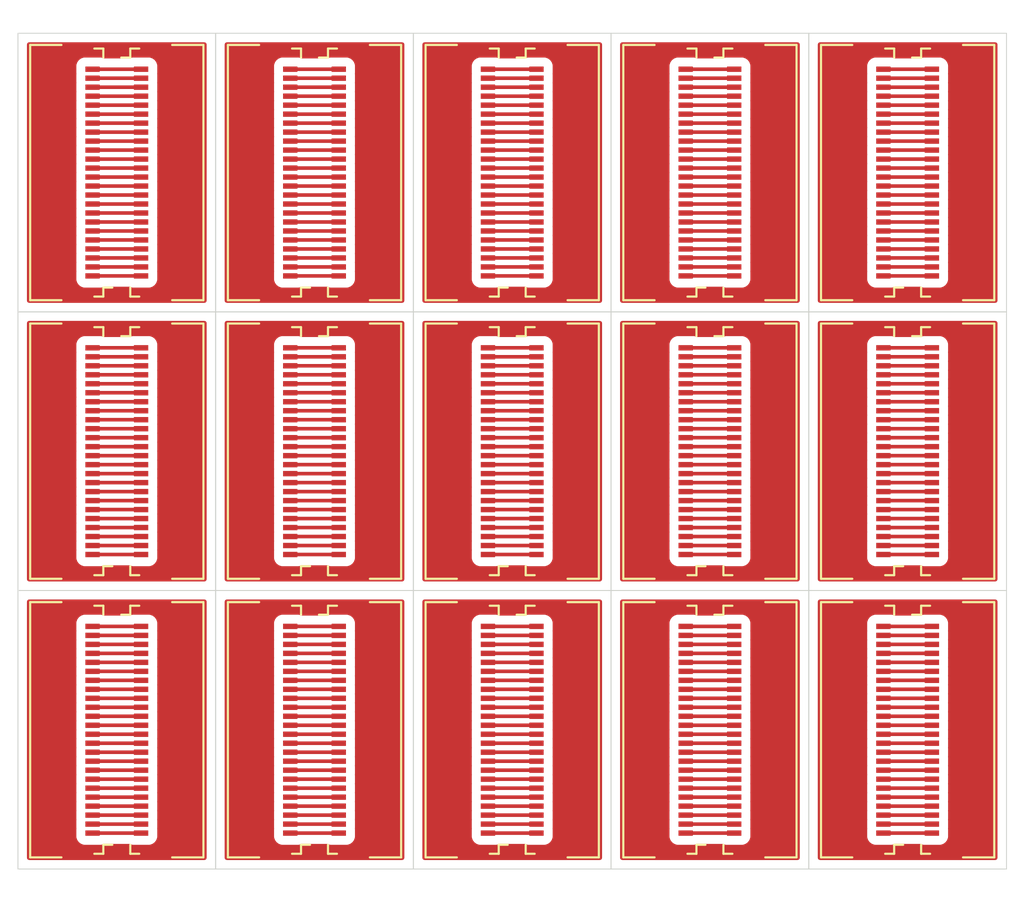
<source format=kicad_pcb>
(kicad_pcb (version 20240108) (generator "pcbnew") (generator_version "8.0")
  (layers (0 "F.Cu" signal) (31 "B.Cu" signal) (34 "B.Paste" user) (35 "F.Paste" user) (36 "B.SilkS" user "B.Silkscreen") (37 "F.SilkS" user "F.Silkscreen") (38 "B.Mask" user) (39 "F.Mask" user) (44 "Edge.Cuts" user))
  (net 0 "")
  (net 1 "Net-(Je1-Pin_12)")
  (net 2 "Net-(Je1-Pin_11)")
  (net 3 "Net-(Je1-Pin_2)")
  (net 4 "Net-(Je1-Pin_5)")
  (net 5 "Net-(Je1-Pin_1)")
  (net 6 "Net-(Je1-Pin_6)")
  (net 7 "Net-(Je1-Pin_9)")
  (net 8 "Net-(Je1-Pin_4)")
  (net 9 "GND")
  (net 10 "Net-(Je1-Pin_13)")
  (net 11 "Net-(Je1-Pin_21)")
  (net 12 "Net-(Je1-Pin_22)")
  (net 13 "Net-(Je1-Pin_8)")
  (net 14 "Net-(Je1-Pin_24)")
  (net 15 "Net-(Je1-Pin_7)")
  (net 16 "Net-(Je1-Pin_19)")
  (net 17 "Net-(Je1-Pin_17)")
  (net 18 "Net-(Je1-Pin_18)")
  (net 19 "Net-(Je1-Pin_20)")
  (net 20 "Net-(Je1-Pin_16)")
  (net 21 "Net-(Je1-Pin_23)")
  (net 22 "Net-(Je1-Pin_10)")
  (net 23 "Net-(Je1-Pin_14)")
  (net 24 "Net-(Je1-Pin_3)")
  (net 25 "Net-(Je1-Pin_15)")
  (footprint "Custom_FFC-FPC:Hirose_FH34SRJ-24S-0.5SH_1x24-1MP_P0.50mm_Horizontal" (layer "F.Cu") (at 60.25 38.25 90)
    (property "Reference" "Je1" (hide yes))
    (property "Value" "Conn_01x24_MountingPin")
  )
  (footprint "Custom_FFC-FPC:Hirose_FH34SRJ-24S-0.5SH_1x24-1MP_P0.50mm_Horizontal" (layer "F.Cu") (at 71.25 22.75 90)
    (property "Reference" "Je1" (hide yes))
    (property "Value" "Conn_01x24_MountingPin")
  )
  (footprint "Custom_FFC-FPC:Hirose_FH34SRJ-24S-0.5SH_1x24-1MP_P0.50mm_Horizontal" (layer "F.Cu") (at 56.75 22.75 -90)
    (property "Reference" "Je2" (hide yes))
    (property "Value" "Conn_01x24_MountingPin")
  )
  (footprint "Custom_FFC-FPC:Hirose_FH34SRJ-24S-0.5SH_1x24-1MP_P0.50mm_Horizontal" (layer "F.Cu") (at 67.75 38.25 -90)
    (property "Reference" "Je2" (hide yes))
    (property "Value" "Conn_01x24_MountingPin")
  )
  (footprint "Custom_FFC-FPC:Hirose_FH34SRJ-24S-0.5SH_1x24-1MP_P0.50mm_Horizontal" (layer "F.Cu") (at 56.75 53.75 -90)
    (property "Reference" "Je2" (hide yes))
    (property "Value" "Conn_01x24_MountingPin")
  )
  (footprint "Custom_FFC-FPC:Hirose_FH34SRJ-24S-0.5SH_1x24-1MP_P0.50mm_Horizontal" (layer "F.Cu") (at 49.25 53.75 90)
    (property "Reference" "Je1" (hide yes))
    (property "Value" "Conn_01x24_MountingPin")
  )
  (footprint "Custom_FFC-FPC:Hirose_FH34SRJ-24S-0.5SH_1x24-1MP_P0.50mm_Horizontal" (layer "F.Cu") (at 23.75 53.75 -90)
    (property "Reference" "Je2" (hide yes))
    (property "Value" "Conn_01x24_MountingPin")
  )
  (footprint "Custom_FFC-FPC:Hirose_FH34SRJ-24S-0.5SH_1x24-1MP_P0.50mm_Horizontal" (layer "F.Cu") (at 60.25 22.75 90)
    (property "Reference" "Je1" (hide yes))
    (property "Value" "Conn_01x24_MountingPin")
  )
  (footprint "Custom_FFC-FPC:Hirose_FH34SRJ-24S-0.5SH_1x24-1MP_P0.50mm_Horizontal" (layer "F.Cu") (at 56.75 38.25 -90)
    (property "Reference" "Je2" (hide yes))
    (property "Value" "Conn_01x24_MountingPin")
  )
  (footprint "Custom_FFC-FPC:Hirose_FH34SRJ-24S-0.5SH_1x24-1MP_P0.50mm_Horizontal" (layer "F.Cu") (at 67.75 53.75 -90)
    (property "Reference" "Je2" (hide yes))
    (property "Value" "Conn_01x24_MountingPin")
  )
  (footprint "Custom_FFC-FPC:Hirose_FH34SRJ-24S-0.5SH_1x24-1MP_P0.50mm_Horizontal" (layer "F.Cu") (at 34.75 53.75 -90)
    (property "Reference" "Je2" (hide yes))
    (property "Value" "Conn_01x24_MountingPin")
  )
  (footprint "Custom_FFC-FPC:Hirose_FH34SRJ-24S-0.5SH_1x24-1MP_P0.50mm_Horizontal" (layer "F.Cu") (at 38.25 38.25 90)
    (property "Reference" "Je1" (hide yes))
    (property "Value" "Conn_01x24_MountingPin")
  )
  (footprint "Custom_FFC-FPC:Hirose_FH34SRJ-24S-0.5SH_1x24-1MP_P0.50mm_Horizontal" (layer "F.Cu") (at 49.25 38.25 90)
    (property "Reference" "Je1" (hide yes))
    (property "Value" "Conn_01x24_MountingPin")
  )
  (footprint "Custom_FFC-FPC:Hirose_FH34SRJ-24S-0.5SH_1x24-1MP_P0.50mm_Horizontal" (layer "F.Cu") (at 34.75 22.75 -90)
    (property "Reference" "Je2" (hide yes))
    (property "Value" "Conn_01x24_MountingPin")
  )
  (footprint "Custom_FFC-FPC:Hirose_FH34SRJ-24S-0.5SH_1x24-1MP_P0.50mm_Horizontal" (layer "F.Cu") (at 45.75 38.25 -90)
    (property "Reference" "Je2" (hide yes))
    (property "Value" "Conn_01x24_MountingPin")
  )
  (footprint "Custom_FFC-FPC:Hirose_FH34SRJ-24S-0.5SH_1x24-1MP_P0.50mm_Horizontal" (layer "F.Cu") (at 23.75 22.75 -90)
    (property "Reference" "Je2" (hide yes))
    (property "Value" "Conn_01x24_MountingPin")
  )
  (footprint "Custom_FFC-FPC:Hirose_FH34SRJ-24S-0.5SH_1x24-1MP_P0.50mm_Horizontal" (layer "F.Cu") (at 27.25 38.25 90)
    (property "Reference" "Je1" (hide yes))
    (property "Value" "Conn_01x24_MountingPin")
  )
  (footprint "Custom_FFC-FPC:Hirose_FH34SRJ-24S-0.5SH_1x24-1MP_P0.50mm_Horizontal" (layer "F.Cu") (at 34.75 38.25 -90)
    (property "Reference" "Je2" (hide yes))
    (property "Value" "Conn_01x24_MountingPin")
  )
  (footprint "Custom_FFC-FPC:Hirose_FH34SRJ-24S-0.5SH_1x24-1MP_P0.50mm_Horizontal" (layer "F.Cu") (at 23.75 38.25 -90)
    (property "Reference" "Je2" (hide yes))
    (property "Value" "Conn_01x24_MountingPin")
  )
  (footprint "Custom_FFC-FPC:Hirose_FH34SRJ-24S-0.5SH_1x24-1MP_P0.50mm_Horizontal" (layer "F.Cu") (at 45.75 22.75 -90)
    (property "Reference" "Je2" (hide yes))
    (property "Value" "Conn_01x24_MountingPin")
  )
  (footprint "Custom_FFC-FPC:Hirose_FH34SRJ-24S-0.5SH_1x24-1MP_P0.50mm_Horizontal" (layer "F.Cu") (at 38.25 22.75 90)
    (property "Reference" "Je1" (hide yes))
    (property "Value" "Conn_01x24_MountingPin")
  )
  (footprint "Custom_FFC-FPC:Hirose_FH34SRJ-24S-0.5SH_1x24-1MP_P0.50mm_Horizontal" (layer "F.Cu") (at 45.75 53.75 -90)
    (property "Reference" "Je2" (hide yes))
    (property "Value" "Conn_01x24_MountingPin")
  )
  (footprint "Custom_FFC-FPC:Hirose_FH34SRJ-24S-0.5SH_1x24-1MP_P0.50mm_Horizontal" (layer "F.Cu") (at 38.25 53.75 90)
    (property "Reference" "Je1" (hide yes))
    (property "Value" "Conn_01x24_MountingPin")
  )
  (footprint "Custom_FFC-FPC:Hirose_FH34SRJ-24S-0.5SH_1x24-1MP_P0.50mm_Horizontal" (layer "F.Cu") (at 67.75 22.75 -90)
    (property "Reference" "Je2" (hide yes))
    (property "Value" "Conn_01x24_MountingPin")
  )
  (footprint "Custom_FFC-FPC:Hirose_FH34SRJ-24S-0.5SH_1x24-1MP_P0.50mm_Horizontal" (layer "F.Cu") (at 71.25 53.75 90)
    (property "Reference" "Je1" (hide yes))
    (property "Value" "Conn_01x24_MountingPin")
  )
  (footprint "Custom_FFC-FPC:Hirose_FH34SRJ-24S-0.5SH_1x24-1MP_P0.50mm_Horizontal" (layer "F.Cu") (at 27.25 53.75 90)
    (property "Reference" "Je1" (hide yes))
    (property "Value" "Conn_01x24_MountingPin")
  )
  (footprint "Custom_FFC-FPC:Hirose_FH34SRJ-24S-0.5SH_1x24-1MP_P0.50mm_Horizontal" (layer "F.Cu") (at 27.25 22.75 90)
    (property "Reference" "Je1" (hide yes))
    (property "Value" "Conn_01x24_MountingPin")
  )
  (footprint "Custom_FFC-FPC:Hirose_FH34SRJ-24S-0.5SH_1x24-1MP_P0.50mm_Horizontal" (layer "F.Cu") (at 60.25 53.75 90)
    (property "Reference" "Je1" (hide yes))
    (property "Value" "Conn_01x24_MountingPin")
  )
  (footprint "Custom_FFC-FPC:Hirose_FH34SRJ-24S-0.5SH_1x24-1MP_P0.50mm_Horizontal" (layer "F.Cu") (at 49.25 22.75 90)
    (property "Reference" "Je1" (hide yes))
    (property "Value" "Conn_01x24_MountingPin")
  )
  (footprint "Custom_FFC-FPC:Hirose_FH34SRJ-24S-0.5SH_1x24-1MP_P0.50mm_Horizontal" (layer "F.Cu") (at 71.25 38.25 90)
    (property "Reference" "Je1" (hide yes))
    (property "Value" "Conn_01x24_MountingPin")
  )
  (gr_rect (start 20 46) (end 31 61.5) (stroke (width 0.05)) (fill none) (layer "Edge.Cuts"))
  (gr_rect (start 53 46) (end 64 61.5) (stroke (width 0.05)) (fill none) (layer "Edge.Cuts"))
  (gr_rect (start 31 15) (end 42 30.5) (stroke (width 0.05)) (fill none) (layer "Edge.Cuts"))
  (gr_rect (start 42 15) (end 53 30.5) (stroke (width 0.05)) (fill none) (layer "Edge.Cuts"))
  (gr_rect (start 31 30.5) (end 42 46) (stroke (width 0.05)) (fill none) (layer "Edge.Cuts"))
  (gr_rect (start 20 15) (end 31 30.5) (stroke (width 0.05)) (fill none) (layer "Edge.Cuts"))
  (gr_rect (start 42 46) (end 53 61.5) (stroke (width 0.05)) (fill none) (layer "Edge.Cuts"))
  (gr_rect (start 64 15) (end 75 30.5) (stroke (width 0.05)) (fill none) (layer "Edge.Cuts"))
  (gr_rect (start 64 46) (end 75 61.5) (stroke (width 0.05)) (fill none) (layer "Edge.Cuts"))
  (gr_rect (start 64 30.5) (end 75 46) (stroke (width 0.05)) (fill none) (layer "Edge.Cuts"))
  (gr_rect (start 53 15) (end 64 30.5) (stroke (width 0.05)) (fill none) (layer "Edge.Cuts"))
  (gr_rect (start 20 30.5) (end 31 46) (stroke (width 0.05)) (fill none) (layer "Edge.Cuts"))
  (gr_rect (start 42 30.5) (end 53 46) (stroke (width 0.05)) (fill none) (layer "Edge.Cuts"))
  (gr_rect (start 53 30.5) (end 64 46) (stroke (width 0.05)) (fill none) (layer "Edge.Cuts"))
  (gr_rect (start 31 46) (end 42 61.5) (stroke (width 0.05)) (fill none) (layer "Edge.Cuts"))
  (segment (start 35.15 22.5) (end 37.85 22.5) (width 0.2) (layer "F.Cu") (net 1))
  (segment (start 57.15 38) (end 59.85 38) (width 0.2) (layer "F.Cu") (net 1))
  (segment (start 46.15 53.5) (end 48.85 53.5) (width 0.2) (layer "F.Cu") (net 1))
  (segment (start 24.15 38) (end 26.85 38) (width 0.2) (layer "F.Cu") (net 1))
  (segment (start 35.15 53.5) (end 37.85 53.5) (width 0.2) (layer "F.Cu") (net 1))
  (segment (start 24.15 53.5) (end 26.85 53.5) (width 0.2) (layer "F.Cu") (net 1))
  (segment (start 46.15 38) (end 48.85 38) (width 0.2) (layer "F.Cu") (net 1))
  (segment (start 57.15 53.5) (end 59.85 53.5) (width 0.2) (layer "F.Cu") (net 1))
  (segment (start 57.15 22.5) (end 59.85 22.5) (width 0.2) (layer "F.Cu") (net 1))
  (segment (start 46.15 22.5) (end 48.85 22.5) (width 0.2) (layer "F.Cu") (net 1))
  (segment (start 68.15 53.5) (end 70.85 53.5) (width 0.2) (layer "F.Cu") (net 1))
  (segment (start 68.15 22.5) (end 70.85 22.5) (width 0.2) (layer "F.Cu") (net 1))
  (segment (start 68.15 38) (end 70.85 38) (width 0.2) (layer "F.Cu") (net 1))
  (segment (start 24.15 22.5) (end 26.85 22.5) (width 0.2) (layer "F.Cu") (net 1))
  (segment (start 35.15 38) (end 37.85 38) (width 0.2) (layer "F.Cu") (net 1))
  (segment (start 37.85 22) (end 35.15 22) (width 0.2) (layer "F.Cu") (net 2))
  (segment (start 70.85 37.5) (end 68.15 37.5) (width 0.2) (layer "F.Cu") (net 2))
  (segment (start 37.85 53) (end 35.15 53) (width 0.2) (layer "F.Cu") (net 2))
  (segment (start 26.85 37.5) (end 24.15 37.5) (width 0.2) (layer "F.Cu") (net 2))
  (segment (start 70.85 22) (end 68.15 22) (width 0.2) (layer "F.Cu") (net 2))
  (segment (start 59.85 37.5) (end 57.15 37.5) (width 0.2) (layer "F.Cu") (net 2))
  (segment (start 70.85 53) (end 68.15 53) (width 0.2) (layer "F.Cu") (net 2))
  (segment (start 59.85 22) (end 57.15 22) (width 0.2) (layer "F.Cu") (net 2))
  (segment (start 59.85 53) (end 57.15 53) (width 0.2) (layer "F.Cu") (net 2))
  (segment (start 48.85 37.5) (end 46.15 37.5) (width 0.2) (layer "F.Cu") (net 2))
  (segment (start 48.85 22) (end 46.15 22) (width 0.2) (layer "F.Cu") (net 2))
  (segment (start 26.85 22) (end 24.15 22) (width 0.2) (layer "F.Cu") (net 2))
  (segment (start 26.85 53) (end 24.15 53) (width 0.2) (layer "F.Cu") (net 2))
  (segment (start 37.85 37.5) (end 35.15 37.5) (width 0.2) (layer "F.Cu") (net 2))
  (segment (start 48.85 53) (end 46.15 53) (width 0.2) (layer "F.Cu") (net 2))
  (segment (start 59.85 33) (end 57.15 33) (width 0.2) (layer "F.Cu") (net 3))
  (segment (start 48.85 33) (end 46.15 33) (width 0.2) (layer "F.Cu") (net 3))
  (segment (start 37.85 48.5) (end 35.15 48.5) (width 0.2) (layer "F.Cu") (net 3))
  (segment (start 48.85 17.5) (end 46.15 17.5) (width 0.2) (layer "F.Cu") (net 3))
  (segment (start 37.85 33) (end 35.15 33) (width 0.2) (layer "F.Cu") (net 3))
  (segment (start 70.85 33) (end 68.15 33) (width 0.2) (layer "F.Cu") (net 3))
  (segment (start 70.85 17.5) (end 68.15 17.5) (width 0.2) (layer "F.Cu") (net 3))
  (segment (start 37.85 17.5) (end 35.15 17.5) (width 0.2) (layer "F.Cu") (net 3))
  (segment (start 48.85 48.5) (end 46.15 48.5) (width 0.2) (layer "F.Cu") (net 3))
  (segment (start 26.85 48.5) (end 24.15 48.5) (width 0.2) (layer "F.Cu") (net 3))
  (segment (start 26.85 33) (end 24.15 33) (width 0.2) (layer "F.Cu") (net 3))
  (segment (start 59.85 17.5) (end 57.15 17.5) (width 0.2) (layer "F.Cu") (net 3))
  (segment (start 59.85 48.5) (end 57.15 48.5) (width 0.2) (layer "F.Cu") (net 3))
  (segment (start 26.85 17.5) (end 24.15 17.5) (width 0.2) (layer "F.Cu") (net 3))
  (segment (start 70.85 48.5) (end 68.15 48.5) (width 0.2) (layer "F.Cu") (net 3))
  (segment (start 57.15 50) (end 59.85 50) (width 0.2) (layer "F.Cu") (net 4))
  (segment (start 24.15 50) (end 26.85 50) (width 0.2) (layer "F.Cu") (net 4))
  (segment (start 68.15 50) (end 70.85 50) (width 0.2) (layer "F.Cu") (net 4))
  (segment (start 46.15 50) (end 48.85 50) (width 0.2) (layer "F.Cu") (net 4))
  (segment (start 24.15 19) (end 26.85 19) (width 0.2) (layer "F.Cu") (net 4))
  (segment (start 35.15 19) (end 37.85 19) (width 0.2) (layer "F.Cu") (net 4))
  (segment (start 68.15 34.5) (end 70.85 34.5) (width 0.2) (layer "F.Cu") (net 4))
  (segment (start 35.15 50) (end 37.85 50) (width 0.2) (layer "F.Cu") (net 4))
  (segment (start 57.15 34.5) (end 59.85 34.5) (width 0.2) (layer "F.Cu") (net 4))
  (segment (start 35.15 34.5) (end 37.85 34.5) (width 0.2) (layer "F.Cu") (net 4))
  (segment (start 24.15 34.5) (end 26.85 34.5) (width 0.2) (layer "F.Cu") (net 4))
  (segment (start 68.15 19) (end 70.85 19) (width 0.2) (layer "F.Cu") (net 4))
  (segment (start 46.15 19) (end 48.85 19) (width 0.2) (layer "F.Cu") (net 4))
  (segment (start 46.15 34.5) (end 48.85 34.5) (width 0.2) (layer "F.Cu") (net 4))
  (segment (start 57.15 19) (end 59.85 19) (width 0.2) (layer "F.Cu") (net 4))
  (segment (start 24.15 17) (end 26.85 17) (width 0.2) (layer "F.Cu") (net 5))
  (segment (start 35.15 17) (end 37.85 17) (width 0.2) (layer "F.Cu") (net 5))
  (segment (start 57.15 48) (end 59.85 48) (width 0.2) (layer "F.Cu") (net 5))
  (segment (start 24.15 48) (end 26.85 48) (width 0.2) (layer "F.Cu") (net 5))
  (segment (start 46.15 48) (end 48.85 48) (width 0.2) (layer "F.Cu") (net 5))
  (segment (start 35.15 32.5) (end 37.85 32.5) (width 0.2) (layer "F.Cu") (net 5))
  (segment (start 68.15 32.5) (end 70.85 32.5) (width 0.2) (layer "F.Cu") (net 5))
  (segment (start 46.15 17) (end 48.85 17) (width 0.2) (layer "F.Cu") (net 5))
  (segment (start 46.15 32.5) (end 48.85 32.5) (width 0.2) (layer "F.Cu") (net 5))
  (segment (start 24.15 32.5) (end 26.85 32.5) (width 0.2) (layer "F.Cu") (net 5))
  (segment (start 57.15 17) (end 59.85 17) (width 0.2) (layer "F.Cu") (net 5))
  (segment (start 35.15 48) (end 37.85 48) (width 0.2) (layer "F.Cu") (net 5))
  (segment (start 68.15 48) (end 70.85 48) (width 0.2) (layer "F.Cu") (net 5))
  (segment (start 57.15 32.5) (end 59.85 32.5) (width 0.2) (layer "F.Cu") (net 5))
  (segment (start 68.15 17) (end 70.85 17) (width 0.2) (layer "F.Cu") (net 5))
  (segment (start 68.15 35) (end 70.85 35) (width 0.2) (layer "F.Cu") (net 6))
  (segment (start 24.15 19.5) (end 26.85 19.5) (width 0.2) (layer "F.Cu") (net 6))
  (segment (start 68.15 19.5) (end 70.85 19.5) (width 0.2) (layer "F.Cu") (net 6))
  (segment (start 57.15 35) (end 59.85 35) (width 0.2) (layer "F.Cu") (net 6))
  (segment (start 46.15 35) (end 48.85 35) (width 0.2) (layer "F.Cu") (net 6))
  (segment (start 24.15 35) (end 26.85 35) (width 0.2) (layer "F.Cu") (net 6))
  (segment (start 24.15 50.5) (end 26.85 50.5) (width 0.2) (layer "F.Cu") (net 6))
  (segment (start 68.15 50.5) (end 70.85 50.5) (width 0.2) (layer "F.Cu") (net 6))
  (segment (start 57.15 19.5) (end 59.85 19.5) (width 0.2) (layer "F.Cu") (net 6))
  (segment (start 35.15 50.5) (end 37.85 50.5) (width 0.2) (layer "F.Cu") (net 6))
  (segment (start 57.15 50.5) (end 59.85 50.5) (width 0.2) (layer "F.Cu") (net 6))
  (segment (start 35.15 35) (end 37.85 35) (width 0.2) (layer "F.Cu") (net 6))
  (segment (start 46.15 19.5) (end 48.85 19.5) (width 0.2) (layer "F.Cu") (net 6))
  (segment (start 46.15 50.5) (end 48.85 50.5) (width 0.2) (layer "F.Cu") (net 6))
  (segment (start 35.15 19.5) (end 37.85 19.5) (width 0.2) (layer "F.Cu") (net 6))
  (segment (start 26.85 52) (end 24.15 52) (width 0.2) (layer "F.Cu") (net 7))
  (segment (start 59.85 21) (end 57.15 21) (width 0.2) (layer "F.Cu") (net 7))
  (segment (start 26.85 36.5) (end 24.15 36.5) (width 0.2) (layer "F.Cu") (net 7))
  (segment (start 37.85 36.5) (end 35.15 36.5) (width 0.2) (layer "F.Cu") (net 7))
  (segment (start 70.85 36.5) (end 68.15 36.5) (width 0.2) (layer "F.Cu") (net 7))
  (segment (start 26.85 21) (end 24.15 21) (width 0.2) (layer "F.Cu") (net 7))
  (segment (start 48.85 21) (end 46.15 21) (width 0.2) (layer "F.Cu") (net 7))
  (segment (start 48.85 52) (end 46.15 52) (width 0.2) (layer "F.Cu") (net 7))
  (segment (start 59.85 36.5) (end 57.15 36.5) (width 0.2) (layer "F.Cu") (net 7))
  (segment (start 37.85 21) (end 35.15 21) (width 0.2) (layer "F.Cu") (net 7))
  (segment (start 70.85 21) (end 68.15 21) (width 0.2) (layer "F.Cu") (net 7))
  (segment (start 70.85 52) (end 68.15 52) (width 0.2) (layer "F.Cu") (net 7))
  (segment (start 48.85 36.5) (end 46.15 36.5) (width 0.2) (layer "F.Cu") (net 7))
  (segment (start 37.85 52) (end 35.15 52) (width 0.2) (layer "F.Cu") (net 7))
  (segment (start 59.85 52) (end 57.15 52) (width 0.2) (layer "F.Cu") (net 7))
  (segment (start 59.85 18.5) (end 57.15 18.5) (width 0.2) (layer "F.Cu") (net 8))
  (segment (start 48.85 18.5) (end 46.15 18.5) (width 0.2) (layer "F.Cu") (net 8))
  (segment (start 59.85 49.5) (end 57.15 49.5) (width 0.2) (layer "F.Cu") (net 8))
  (segment (start 70.85 49.5) (end 68.15 49.5) (width 0.2) (layer "F.Cu") (net 8))
  (segment (start 26.85 18.5) (end 24.15 18.5) (width 0.2) (layer "F.Cu") (net 8))
  (segment (start 37.85 49.5) (end 35.15 49.5) (width 0.2) (layer "F.Cu") (net 8))
  (segment (start 37.85 18.5) (end 35.15 18.5) (width 0.2) (layer "F.Cu") (net 8))
  (segment (start 70.85 18.5) (end 68.15 18.5) (width 0.2) (layer "F.Cu") (net 8))
  (segment (start 48.85 34) (end 46.15 34) (width 0.2) (layer "F.Cu") (net 8))
  (segment (start 26.85 49.5) (end 24.15 49.5) (width 0.2) (layer "F.Cu") (net 8))
  (segment (start 59.85 34) (end 57.15 34) (width 0.2) (layer "F.Cu") (net 8))
  (segment (start 48.85 49.5) (end 46.15 49.5) (width 0.2) (layer "F.Cu") (net 8))
  (segment (start 37.85 34) (end 35.15 34) (width 0.2) (layer "F.Cu") (net 8))
  (segment (start 70.85 34) (end 68.15 34) (width 0.2) (layer "F.Cu") (net 8))
  (segment (start 26.85 34) (end 24.15 34) (width 0.2) (layer "F.Cu") (net 8))
  (segment (start 48.85 38.5) (end 46.15 38.5) (width 0.2) (layer "F.Cu") (net 10))
  (segment (start 70.85 23) (end 68.15 23) (width 0.2) (layer "F.Cu") (net 10))
  (segment (start 37.85 54) (end 35.15 54) (width 0.2) (layer "F.Cu") (net 10))
  (segment (start 26.85 54) (end 24.15 54) (width 0.2) (layer "F.Cu") (net 10))
  (segment (start 48.85 54) (end 46.15 54) (width 0.2) (layer "F.Cu") (net 10))
  (segment (start 26.85 38.5) (end 24.15 38.5) (width 0.2) (layer "F.Cu") (net 10))
  (segment (start 37.85 38.5) (end 35.15 38.5) (width 0.2) (layer "F.Cu") (net 10))
  (segment (start 59.85 54) (end 57.15 54) (width 0.2) (layer "F.Cu") (net 10))
  (segment (start 59.85 38.5) (end 57.15 38.5) (width 0.2) (layer "F.Cu") (net 10))
  (segment (start 37.85 23) (end 35.15 23) (width 0.2) (layer "F.Cu") (net 10))
  (segment (start 59.85 23) (end 57.15 23) (width 0.2) (layer "F.Cu") (net 10))
  (segment (start 48.85 23) (end 46.15 23) (width 0.2) (layer "F.Cu") (net 10))
  (segment (start 70.85 54) (end 68.15 54) (width 0.2) (layer "F.Cu") (net 10))
  (segment (start 26.85 23) (end 24.15 23) (width 0.2) (layer "F.Cu") (net 10))
  (segment (start 70.85 38.5) (end 68.15 38.5) (width 0.2) (layer "F.Cu") (net 10))
  (segment (start 57.15 42.5) (end 59.85 42.5) (width 0.2) (layer "F.Cu") (net 11))
  (segment (start 35.15 58) (end 37.85 58) (width 0.2) (layer "F.Cu") (net 11))
  (segment (start 46.15 42.5) (end 48.85 42.5) (width 0.2) (layer "F.Cu") (net 11))
  (segment (start 24.15 58) (end 26.85 58) (width 0.2) (layer "F.Cu") (net 11))
  (segment (start 57.15 27) (end 59.85 27) (width 0.2) (layer "F.Cu") (net 11))
  (segment (start 46.15 27) (end 48.85 27) (width 0.2) (layer "F.Cu") (net 11))
  (segment (start 68.15 27) (end 70.85 27) (width 0.2) (layer "F.Cu") (net 11))
  (segment (start 68.15 58) (end 70.85 58) (width 0.2) (layer "F.Cu") (net 11))
  (segment (start 68.15 42.5) (end 70.85 42.5) (width 0.2) (layer "F.Cu") (net 11))
  (segment (start 24.15 27) (end 26.85 27) (width 0.2) (layer "F.Cu") (net 11))
  (segment (start 57.15 58) (end 59.85 58) (width 0.2) (layer "F.Cu") (net 11))
  (segment (start 35.15 27) (end 37.85 27) (width 0.2) (layer "F.Cu") (net 11))
  (segment (start 35.15 42.5) (end 37.85 42.5) (width 0.2) (layer "F.Cu") (net 11))
  (segment (start 24.15 42.5) (end 26.85 42.5) (width 0.2) (layer "F.Cu") (net 11))
  (segment (start 46.15 58) (end 48.85 58) (width 0.2) (layer "F.Cu") (net 11))
  (segment (start 59.85 27.5) (end 57.15 27.5) (width 0.2) (layer "F.Cu") (net 12))
  (segment (start 37.85 27.5) (end 35.15 27.5) (width 0.2) (layer "F.Cu") (net 12))
  (segment (start 70.85 58.5) (end 68.15 58.5) (width 0.2) (layer "F.Cu") (net 12))
  (segment (start 48.85 43) (end 46.15 43) (width 0.2) (layer "F.Cu") (net 12))
  (segment (start 48.85 27.5) (end 46.15 27.5) (width 0.2) (layer "F.Cu") (net 12))
  (segment (start 26.85 43) (end 24.15 43) (width 0.2) (layer "F.Cu") (net 12))
  (segment (start 37.85 43) (end 35.15 43) (width 0.2) (layer "F.Cu") (net 12))
  (segment (start 59.85 43) (end 57.15 43) (width 0.2) (layer "F.Cu") (net 12))
  (segment (start 48.85 58.5) (end 46.15 58.5) (width 0.2) (layer "F.Cu") (net 12))
  (segment (start 26.85 58.5) (end 24.15 58.5) (width 0.2) (layer "F.Cu") (net 12))
  (segment (start 59.85 58.5) (end 57.15 58.5) (width 0.2) (layer "F.Cu") (net 12))
  (segment (start 37.85 58.5) (end 35.15 58.5) (width 0.2) (layer "F.Cu") (net 12))
  (segment (start 26.85 27.5) (end 24.15 27.5) (width 0.2) (layer "F.Cu") (net 12))
  (segment (start 70.85 43) (end 68.15 43) (width 0.2) (layer "F.Cu") (net 12))
  (segment (start 70.85 27.5) (end 68.15 27.5) (width 0.2) (layer "F.Cu") (net 12))
  (segment (start 35.15 36) (end 37.85 36) (width 0.2) (layer "F.Cu") (net 13))
  (segment (start 68.15 51.5) (end 70.85 51.5) (width 0.2) (layer "F.Cu") (net 13))
  (segment (start 24.15 20.5) (end 26.85 20.5) (width 0.2) (layer "F.Cu") (net 13))
  (segment (start 35.15 51.5) (end 37.85 51.5) (width 0.2) (layer "F.Cu") (net 13))
  (segment (start 35.15 20.5) (end 37.85 20.5) (width 0.2) (layer "F.Cu") (net 13))
  (segment (start 57.15 36) (end 59.85 36) (width 0.2) (layer "F.Cu") (net 13))
  (segment (start 68.15 36) (end 70.85 36) (width 0.2) (layer "F.Cu") (net 13))
  (segment (start 24.15 51.5) (end 26.85 51.5) (width 0.2) (layer "F.Cu") (net 13))
  (segment (start 68.15 20.5) (end 70.85 20.5) (width 0.2) (layer "F.Cu") (net 13))
  (segment (start 57.15 20.5) (end 59.85 20.5) (width 0.2) (layer "F.Cu") (net 13))
  (segment (start 57.15 51.5) (end 59.85 51.5) (width 0.2) (layer "F.Cu") (net 13))
  (segment (start 46.15 36) (end 48.85 36) (width 0.2) (layer "F.Cu") (net 13))
  (segment (start 46.15 51.5) (end 48.85 51.5) (width 0.2) (layer "F.Cu") (net 13))
  (segment (start 46.15 20.5) (end 48.85 20.5) (width 0.2) (layer "F.Cu") (net 13))
  (segment (start 24.15 36) (end 26.85 36) (width 0.2) (layer "F.Cu") (net 13))
  (segment (start 59.85 28.5) (end 57.15 28.5) (width 0.2) (layer "F.Cu") (net 14))
  (segment (start 70.85 28.5) (end 68.15 28.5) (width 0.2) (layer "F.Cu") (net 14))
  (segment (start 70.85 44) (end 68.15 44) (width 0.2) (layer "F.Cu") (net 14))
  (segment (start 48.85 44) (end 46.15 44) (width 0.2) (layer "F.Cu") (net 14))
  (segment (start 59.85 59.5) (end 57.15 59.5) (width 0.2) (layer "F.Cu") (net 14))
  (segment (start 48.85 59.5) (end 46.15 59.5) (width 0.2) (layer "F.Cu") (net 14))
  (segment (start 37.85 28.5) (end 35.15 28.5) (width 0.2) (layer "F.Cu") (net 14))
  (segment (start 37.85 44) (end 35.15 44) (width 0.2) (layer "F.Cu") (net 14))
  (segment (start 26.85 28.5) (end 24.15 28.5) (width 0.2) (layer "F.Cu") (net 14))
  (segment (start 48.85 28.5) (end 46.15 28.5) (width 0.2) (layer "F.Cu") (net 14))
  (segment (start 37.85 59.5) (end 35.15 59.5) (width 0.2) (layer "F.Cu") (net 14))
  (segment (start 59.85 44) (end 57.15 44) (width 0.2) (layer "F.Cu") (net 14))
  (segment (start 26.85 44) (end 24.15 44) (width 0.2) (layer "F.Cu") (net 14))
  (segment (start 70.85 59.5) (end 68.15 59.5) (width 0.2) (layer "F.Cu") (net 14))
  (segment (start 26.85 59.5) (end 24.15 59.5) (width 0.2) (layer "F.Cu") (net 14))
  (segment (start 37.85 20) (end 35.15 20) (width 0.2) (layer "F.Cu") (net 15))
  (segment (start 37.85 51) (end 35.15 51) (width 0.2) (layer "F.Cu") (net 15))
  (segment (start 59.85 20) (end 57.15 20) (width 0.2) (layer "F.Cu") (net 15))
  (segment (start 48.85 51) (end 46.15 51) (width 0.2) (layer "F.Cu") (net 15))
  (segment (start 26.85 20) (end 24.15 20) (width 0.2) (layer "F.Cu") (net 15))
  (segment (start 26.85 35.5) (end 24.15 35.5) (width 0.2) (layer "F.Cu") (net 15))
  (segment (start 70.85 51) (end 68.15 51) (width 0.2) (layer "F.Cu") (net 15))
  (segment (start 70.85 20) (end 68.15 20) (width 0.2) (layer "F.Cu") (net 15))
  (segment (start 70.85 35.5) (end 68.15 35.5) (width 0.2) (layer "F.Cu") (net 15))
  (segment (start 59.85 35.5) (end 57.15 35.5) (width 0.2) (layer "F.Cu") (net 15))
  (segment (start 26.85 51) (end 24.15 51) (width 0.2) (layer "F.Cu") (net 15))
  (segment (start 59.85 51) (end 57.15 51) (width 0.2) (layer "F.Cu") (net 15))
  (segment (start 48.85 35.5) (end 46.15 35.5) (width 0.2) (layer "F.Cu") (net 15))
  (segment (start 48.85 20) (end 46.15 20) (width 0.2) (layer "F.Cu") (net 15))
  (segment (start 37.85 35.5) (end 35.15 35.5) (width 0.2) (layer "F.Cu") (net 15))
  (segment (start 35.15 57) (end 37.85 57) (width 0.2) (layer "F.Cu") (net 16))
  (segment (start 68.15 26) (end 70.85 26) (width 0.2) (layer "F.Cu") (net 16))
  (segment (start 46.15 41.5) (end 48.85 41.5) (width 0.2) (layer "F.Cu") (net 16))
  (segment (start 57.15 26) (end 59.85 26) (width 0.2) (layer "F.Cu") (net 16))
  (segment (start 68.15 41.5) (end 70.85 41.5) (width 0.2) (layer "F.Cu") (net 16))
  (segment (start 24.15 26) (end 26.85 26) (width 0.2) (layer "F.Cu") (net 16))
  (segment (start 46.15 26) (end 48.85 26) (width 0.2) (layer "F.Cu") (net 16))
  (segment (start 68.15 57) (end 70.85 57) (width 0.2) (layer "F.Cu") (net 16))
  (segment (start 46.15 57) (end 48.85 57) (width 0.2) (layer "F.Cu") (net 16))
  (segment (start 24.15 57) (end 26.85 57) (width 0.2) (layer "F.Cu") (net 16))
  (segment (start 35.15 41.5) (end 37.85 41.5) (width 0.2) (layer "F.Cu") (net 16))
  (segment (start 57.15 57) (end 59.85 57) (width 0.2) (layer "F.Cu") (net 16))
  (segment (start 57.15 41.5) (end 59.85 41.5) (width 0.2) (layer "F.Cu") (net 16))
  (segment (start 35.15 26) (end 37.85 26) (width 0.2) (layer "F.Cu") (net 16))
  (segment (start 24.15 41.5) (end 26.85 41.5) (width 0.2) (layer "F.Cu") (net 16))
  (segment (start 35.15 56) (end 37.85 56) (width 0.2) (layer "F.Cu") (net 17))
  (segment (start 68.15 25) (end 70.85 25) (width 0.2) (layer "F.Cu") (net 17))
  (segment (start 57.15 40.5) (end 59.85 40.5) (width 0.2) (layer "F.Cu") (net 17))
  (segment (start 24.15 40.5) (end 26.85 40.5) (width 0.2) (layer "F.Cu") (net 17))
  (segment (start 46.15 25) (end 48.85 25) (width 0.2) (layer "F.Cu") (net 17))
  (segment (start 57.15 25) (end 59.85 25) (width 0.2) (layer "F.Cu") (net 17))
  (segment (start 35.15 25) (end 37.85 25) (width 0.2) (layer "F.Cu") (net 17))
  (segment (start 24.15 25) (end 26.85 25) (width 0.2) (layer "F.Cu") (net 17))
  (segment (start 68.15 56) (end 70.85 56) (width 0.2) (layer "F.Cu") (net 17))
  (segment (start 24.15 56) (end 26.85 56) (width 0.2) (layer "F.Cu") (net 17))
  (segment (start 46.15 56) (end 48.85 56) (width 0.2) (layer "F.Cu") (net 17))
  (segment (start 57.15 56) (end 59.85 56) (width 0.2) (layer "F.Cu") (net 17))
  (segment (start 46.15 40.5) (end 48.85 40.5) (width 0.2) (layer "F.Cu") (net 17))
  (segment (start 35.15 40.5) (end 37.85 40.5) (width 0.2) (layer "F.Cu") (net 17))
  (segment (start 68.15 40.5) (end 70.85 40.5) (width 0.2) (layer "F.Cu") (net 17))
  (segment (start 70.85 56.5) (end 68.15 56.5) (width 0.2) (layer "F.Cu") (net 18))
  (segment (start 26.85 41) (end 24.15 41) (width 0.2) (layer "F.Cu") (net 18))
  (segment (start 37.85 41) (end 35.15 41) (width 0.2) (layer "F.Cu") (net 18))
  (segment (start 26.85 56.5) (end 24.15 56.5) (width 0.2) (layer "F.Cu") (net 18))
  (segment (start 70.85 41) (end 68.15 41) (width 0.2) (layer "F.Cu") (net 18))
  (segment (start 37.85 56.5) (end 35.15 56.5) (width 0.2) (layer "F.Cu") (net 18))
  (segment (start 37.85 25.5) (end 35.15 25.5) (width 0.2) (layer "F.Cu") (net 18))
  (segment (start 48.85 25.5) (end 46.15 25.5) (width 0.2) (layer "F.Cu") (net 18))
  (segment (start 59.85 56.5) (end 57.15 56.5) (width 0.2) (layer "F.Cu") (net 18))
  (segment (start 48.85 41) (end 46.15 41) (width 0.2) (layer "F.Cu") (net 18))
  (segment (start 26.85 25.5) (end 24.15 25.5) (width 0.2) (layer "F.Cu") (net 18))
  (segment (start 59.85 25.5) (end 57.15 25.5) (width 0.2) (layer "F.Cu") (net 18))
  (segment (start 59.85 41) (end 57.15 41) (width 0.2) (layer "F.Cu") (net 18))
  (segment (start 70.85 25.5) (end 68.15 25.5) (width 0.2) (layer "F.Cu") (net 18))
  (segment (start 48.85 56.5) (end 46.15 56.5) (width 0.2) (layer "F.Cu") (net 18))
  (segment (start 48.85 57.5) (end 46.15 57.5) (width 0.2) (layer "F.Cu") (net 19))
  (segment (start 26.85 57.5) (end 24.15 57.5) (width 0.2) (layer "F.Cu") (net 19))
  (segment (start 70.85 57.5) (end 68.15 57.5) (width 0.2) (layer "F.Cu") (net 19))
  (segment (start 48.85 42) (end 46.15 42) (width 0.2) (layer "F.Cu") (net 19))
  (segment (start 59.85 26.5) (end 57.15 26.5) (width 0.2) (layer "F.Cu") (net 19))
  (segment (start 59.85 42) (end 57.15 42) (width 0.2) (layer "F.Cu") (net 19))
  (segment (start 37.85 57.5) (end 35.15 57.5) (width 0.2) (layer "F.Cu") (net 19))
  (segment (start 26.85 26.5) (end 24.15 26.5) (width 0.2) (layer "F.Cu") (net 19))
  (segment (start 26.85 42) (end 24.15 42) (width 0.2) (layer "F.Cu") (net 19))
  (segment (start 70.85 26.5) (end 68.15 26.5) (width 0.2) (layer "F.Cu") (net 19))
  (segment (start 37.85 42) (end 35.15 42) (width 0.2) (layer "F.Cu") (net 19))
  (segment (start 70.85 42) (end 68.15 42) (width 0.2) (layer "F.Cu") (net 19))
  (segment (start 48.85 26.5) (end 46.15 26.5) (width 0.2) (layer "F.Cu") (net 19))
  (segment (start 59.85 57.5) (end 57.15 57.5) (width 0.2) (layer "F.Cu") (net 19))
  (segment (start 37.85 26.5) (end 35.15 26.5) (width 0.2) (layer "F.Cu") (net 19))
  (segment (start 37.85 55.5) (end 35.15 55.5) (width 0.2) (layer "F.Cu") (net 20))
  (segment (start 26.85 40) (end 24.15 40) (width 0.2) (layer "F.Cu") (net 20))
  (segment (start 26.85 24.5) (end 24.15 24.5) (width 0.2) (layer "F.Cu") (net 20))
  (segment (start 37.85 24.5) (end 35.15 24.5) (width 0.2) (layer "F.Cu") (net 20))
  (segment (start 48.85 24.5) (end 46.15 24.5) (width 0.2) (layer "F.Cu") (net 20))
  (segment (start 59.85 40) (end 57.15 40) (width 0.2) (layer "F.Cu") (net 20))
  (segment (start 37.85 40) (end 35.15 40) (width 0.2) (layer "F.Cu") (net 20))
  (segment (start 26.85 55.5) (end 24.15 55.5) (width 0.2) (layer "F.Cu") (net 20))
  (segment (start 70.85 55.5) (end 68.15 55.5) (width 0.2) (layer "F.Cu") (net 20))
  (segment (start 48.85 40) (end 46.15 40) (width 0.2) (layer "F.Cu") (net 20))
  (segment (start 48.85 55.5) (end 46.15 55.5) (width 0.2) (layer "F.Cu") (net 20))
  (segment (start 59.85 55.5) (end 57.15 55.5) (width 0.2) (layer "F.Cu") (net 20))
  (segment (start 70.85 40) (end 68.15 40) (width 0.2) (layer "F.Cu") (net 20))
  (segment (start 59.85 24.5) (end 57.15 24.5) (width 0.2) (layer "F.Cu") (net 20))
  (segment (start 70.85 24.5) (end 68.15 24.5) (width 0.2) (layer "F.Cu") (net 20))
  (segment (start 57.15 43.5) (end 59.85 43.5) (width 0.2) (layer "F.Cu") (net 21))
  (segment (start 57.15 59) (end 59.85 59) (width 0.2) (layer "F.Cu") (net 21))
  (segment (start 68.15 43.5) (end 70.85 43.5) (width 0.2) (layer "F.Cu") (net 21))
  (segment (start 35.15 59) (end 37.85 59) (width 0.2) (layer "F.Cu") (net 21))
  (segment (start 24.15 43.5) (end 26.85 43.5) (width 0.2) (layer "F.Cu") (net 21))
  (segment (start 35.15 43.5) (end 37.85 43.5) (width 0.2) (layer "F.Cu") (net 21))
  (segment (start 68.15 59) (end 70.85 59) (width 0.2) (layer "F.Cu") (net 21))
  (segment (start 46.15 28) (end 48.85 28) (width 0.2) (layer "F.Cu") (net 21))
  (segment (start 24.15 59) (end 26.85 59) (width 0.2) (layer "F.Cu") (net 21))
  (segment (start 46.15 59) (end 48.85 59) (width 0.2) (layer "F.Cu") (net 21))
  (segment (start 35.15 28) (end 37.85 28) (width 0.2) (layer "F.Cu") (net 21))
  (segment (start 57.15 28) (end 59.85 28) (width 0.2) (layer "F.Cu") (net 21))
  (segment (start 68.15 28) (end 70.85 28) (width 0.2) (layer "F.Cu") (net 21))
  (segment (start 24.15 28) (end 26.85 28) (width 0.2) (layer "F.Cu") (net 21))
  (segment (start 46.15 43.5) (end 48.85 43.5) (width 0.2) (layer "F.Cu") (net 21))
  (segment (start 57.15 37) (end 59.85 37) (width 0.2) (layer "F.Cu") (net 22))
  (segment (start 46.15 52.5) (end 48.85 52.5) (width 0.2) (layer "F.Cu") (net 22))
  (segment (start 24.15 37) (end 26.85 37) (width 0.2) (layer "F.Cu") (net 22))
  (segment (start 35.15 52.5) (end 37.85 52.5) (width 0.2) (layer "F.Cu") (net 22))
  (segment (start 35.15 21.5) (end 37.85 21.5) (width 0.2) (layer "F.Cu") (net 22))
  (segment (start 57.15 52.5) (end 59.85 52.5) (width 0.2) (layer "F.Cu") (net 22))
  (segment (start 57.15 21.5) (end 59.85 21.5) (width 0.2) (layer "F.Cu") (net 22))
  (segment (start 35.15 37) (end 37.85 37) (width 0.2) (layer "F.Cu") (net 22))
  (segment (start 46.15 21.5) (end 48.85 21.5) (width 0.2) (layer "F.Cu") (net 22))
  (segment (start 68.15 21.5) (end 70.85 21.5) (width 0.2) (layer "F.Cu") (net 22))
  (segment (start 24.15 52.5) (end 26.85 52.5) (width 0.2) (layer "F.Cu") (net 22))
  (segment (start 68.15 37) (end 70.85 37) (width 0.2) (layer "F.Cu") (net 22))
  (segment (start 68.15 52.5) (end 70.85 52.5) (width 0.2) (layer "F.Cu") (net 22))
  (segment (start 46.15 37) (end 48.85 37) (width 0.2) (layer "F.Cu") (net 22))
  (segment (start 24.15 21.5) (end 26.85 21.5) (width 0.2) (layer "F.Cu") (net 22))
  (segment (start 57.15 39) (end 59.85 39) (width 0.2) (layer "F.Cu") (net 23))
  (segment (start 68.15 39) (end 70.85 39) (width 0.2) (layer "F.Cu") (net 23))
  (segment (start 24.15 23.5) (end 26.85 23.5) (width 0.2) (layer "F.Cu") (net 23))
  (segment (start 35.15 54.5) (end 37.85 54.5) (width 0.2) (layer "F.Cu") (net 23))
  (segment (start 24.15 54.5) (end 26.85 54.5) (width 0.2) (layer "F.Cu") (net 23))
  (segment (start 24.15 39) (end 26.85 39) (width 0.2) (layer "F.Cu") (net 23))
  (segment (start 68.15 54.5) (end 70.85 54.5) (width 0.2) (layer "F.Cu") (net 23))
  (segment (start 35.15 39) (end 37.85 39) (width 0.2) (layer "F.Cu") (net 23))
  (segment (start 57.15 54.5) (end 59.85 54.5) (width 0.2) (layer "F.Cu") (net 23))
  (segment (start 46.15 54.5) (end 48.85 54.5) (width 0.2) (layer "F.Cu") (net 23))
  (segment (start 57.15 23.5) (end 59.85 23.5) (width 0.2) (layer "F.Cu") (net 23))
  (segment (start 46.15 39) (end 48.85 39) (width 0.2) (layer "F.Cu") (net 23))
  (segment (start 68.15 23.5) (end 70.85 23.5) (width 0.2) (layer "F.Cu") (net 23))
  (segment (start 46.15 23.5) (end 48.85 23.5) (width 0.2) (layer "F.Cu") (net 23))
  (segment (start 35.15 23.5) (end 37.85 23.5) (width 0.2) (layer "F.Cu") (net 23))
  (segment (start 35.15 49) (end 37.85 49) (width 0.2) (layer "F.Cu") (net 24))
  (segment (start 46.15 18) (end 48.85 18) (width 0.2) (layer "F.Cu") (net 24))
  (segment (start 68.15 33.5) (end 70.85 33.5) (width 0.2) (layer "F.Cu") (net 24))
  (segment (start 57.15 18) (end 59.85 18) (width 0.2) (layer "F.Cu") (net 24))
  (segment (start 68.15 18) (end 70.85 18) (width 0.2) (layer "F.Cu") (net 24))
  (segment (start 24.15 49) (end 26.85 49) (width 0.2) (layer "F.Cu") (net 24))
  (segment (start 24.15 18) (end 26.85 18) (width 0.2) (layer "F.Cu") (net 24))
  (segment (start 57.15 49) (end 59.85 49) (width 0.2) (layer "F.Cu") (net 24))
  (segment (start 24.15 33.5) (end 26.85 33.5) (width 0.2) (layer "F.Cu") (net 24))
  (segment (start 46.15 49) (end 48.85 49) (width 0.2) (layer "F.Cu") (net 24))
  (segment (start 68.15 49) (end 70.85 49) (width 0.2) (layer "F.Cu") (net 24))
  (segment (start 35.15 33.5) (end 37.85 33.5) (width 0.2) (layer "F.Cu") (net 24))
  (segment (start 46.15 33.5) (end 48.85 33.5) (width 0.2) (layer "F.Cu") (net 24))
  (segment (start 35.15 18) (end 37.85 18) (width 0.2) (layer "F.Cu") (net 24))
  (segment (start 57.15 33.5) (end 59.85 33.5) (width 0.2) (layer "F.Cu") (net 24))
  (segment (start 24.15 55) (end 26.85 55) (width 0.2) (layer "F.Cu") (net 25))
  (segment (start 46.15 24) (end 48.85 24) (width 0.2) (layer "F.Cu") (net 25))
  (segment (start 35.15 24) (end 37.85 24) (width 0.2) (layer "F.Cu") (net 25))
  (segment (start 57.15 39.5) (end 59.85 39.5) (width 0.2) (layer "F.Cu") (net 25))
  (segment (start 68.15 55) (end 70.85 55) (width 0.2) (layer "F.Cu") (net 25))
  (segment (start 24.15 39.5) (end 26.85 39.5) (width 0.2) (layer "F.Cu") (net 25))
  (segment (start 46.15 39.5) (end 48.85 39.5) (width 0.2) (layer "F.Cu") (net 25))
  (segment (start 57.15 24) (end 59.85 24) (width 0.2) (layer "F.Cu") (net 25))
  (segment (start 35.15 39.5) (end 37.85 39.5) (width 0.2) (layer "F.Cu") (net 25))
  (segment (start 35.15 55) (end 37.85 55) (width 0.2) (layer "F.Cu") (net 25))
  (segment (start 46.15 55) (end 48.85 55) (width 0.2) (layer "F.Cu") (net 25))
  (segment (start 68.15 39.5) (end 70.85 39.5) (width 0.2) (layer "F.Cu") (net 25))
  (segment (start 68.15 24) (end 70.85 24) (width 0.2) (layer "F.Cu") (net 25))
  (segment (start 24.15 24) (end 26.85 24) (width 0.2) (layer "F.Cu") (net 25))
  (segment (start 57.15 55) (end 59.85 55) (width 0.2) (layer "F.Cu") (net 25))
  (zone (net 9) (net_name "GND") (layer "F.Cu") (connect_pads yes (clearance 0.5)) (min_thickness 0.25) (fill yes (thermal_gap 0.5) (thermal_bridge_width 0.5))
    (polygon (pts (xy 64.5 15.5) (xy 74.5 15.5) (xy 74.5 30) (xy 64.5 30)))
  )
  (zone (net 9) (net_name "GND") (layer "F.Cu") (connect_pads yes (clearance 0.5)) (min_thickness 0.25) (fill yes (thermal_gap 0.5) (thermal_bridge_width 0.5))
    (polygon (pts (xy 53.5 15.5) (xy 63.5 15.5) (xy 63.5 30) (xy 53.5 30)))
  )
  (zone (net 9) (net_name "GND") (layer "F.Cu") (connect_pads yes (clearance 0.5)) (min_thickness 0.25) (fill yes (thermal_gap 0.5) (thermal_bridge_width 0.5))
    (polygon (pts (xy 53.5 46.5) (xy 63.5 46.5) (xy 63.5 61) (xy 53.5 61)))
  )
  (zone (net 9) (net_name "GND") (layer "F.Cu") (connect_pads yes (clearance 0.5)) (min_thickness 0.25) (fill yes (thermal_gap 0.5) (thermal_bridge_width 0.5))
    (polygon (pts (xy 53.5 31) (xy 63.5 31) (xy 63.5 45.5) (xy 53.5 45.5)))
  )
  (zone (net 9) (net_name "GND") (layer "F.Cu") (connect_pads yes (clearance 0.5)) (min_thickness 0.25) (fill yes (thermal_gap 0.5) (thermal_bridge_width 0.5))
    (polygon (pts (xy 64.5 31) (xy 74.5 31) (xy 74.5 45.5) (xy 64.5 45.5)))
  )
  (zone (net 9) (net_name "GND") (layer "F.Cu") (connect_pads yes (clearance 0.5)) (min_thickness 0.25) (fill yes (thermal_gap 0.5) (thermal_bridge_width 0.5))
    (polygon (pts (xy 31.5 31) (xy 41.5 31) (xy 41.5 45.5) (xy 31.5 45.5)))
  )
  (zone (net 9) (net_name "GND") (layer "F.Cu") (connect_pads yes (clearance 0.5)) (min_thickness 0.25) (fill yes (thermal_gap 0.5) (thermal_bridge_width 0.5))
    (polygon (pts (xy 42.5 15.5) (xy 52.5 15.5) (xy 52.5 30) (xy 42.5 30)))
  )
  (zone (net 9) (net_name "GND") (layer "F.Cu") (connect_pads yes (clearance 0.5)) (min_thickness 0.25) (fill yes (thermal_gap 0.5) (thermal_bridge_width 0.5))
    (polygon (pts (xy 42.5 46.5) (xy 52.5 46.5) (xy 52.5 61) (xy 42.5 61)))
  )
  (zone (net 9) (net_name "GND") (layer "F.Cu") (connect_pads yes (clearance 0.5)) (min_thickness 0.25) (fill yes (thermal_gap 0.5) (thermal_bridge_width 0.5))
    (polygon (pts (xy 42.5 31) (xy 52.5 31) (xy 52.5 45.5) (xy 42.5 45.5)))
  )
  (zone (net 9) (net_name "GND") (layer "F.Cu") (connect_pads yes (clearance 0.5)) (min_thickness 0.25) (fill yes (thermal_gap 0.5) (thermal_bridge_width 0.5))
    (polygon (pts (xy 64.5 46.5) (xy 74.5 46.5) (xy 74.5 61) (xy 64.5 61)))
  )
  (zone (net 9) (net_name "GND") (layer "F.Cu") (connect_pads yes (clearance 0.5)) (min_thickness 0.25) (fill yes (thermal_gap 0.5) (thermal_bridge_width 0.5))
    (polygon (pts (xy 20.5 31) (xy 30.5 31) (xy 30.5 45.5) (xy 20.5 45.5)))
  )
  (zone (net 9) (net_name "GND") (layer "F.Cu") (connect_pads yes (clearance 0.5)) (min_thickness 0.25) (fill yes (thermal_gap 0.5) (thermal_bridge_width 0.5))
    (polygon (pts (xy 31.5 15.5) (xy 41.5 15.5) (xy 41.5 30) (xy 31.5 30)))
  )
  (zone (net 9) (net_name "GND") (layer "F.Cu") (connect_pads yes (clearance 0.5)) (min_thickness 0.25) (fill yes (thermal_gap 0.5) (thermal_bridge_width 0.5))
    (polygon (pts (xy 20.5 46.5) (xy 30.5 46.5) (xy 30.5 61) (xy 20.5 61)))
  )
  (zone (net 9) (net_name "GND") (layer "F.Cu") (connect_pads yes (clearance 0.5)) (min_thickness 0.25) (fill yes (thermal_gap 0.5) (thermal_bridge_width 0.5))
    (polygon (pts (xy 20.5 15.5) (xy 30.5 15.5) (xy 30.5 30) (xy 20.5 30)))
  )
  (zone (net 9) (net_name "GND") (layer "F.Cu") (connect_pads yes (clearance 0.5)) (min_thickness 0.25) (fill yes (thermal_gap 0.5) (thermal_bridge_width 0.5))
    (polygon (pts (xy 31.5 46.5) (xy 41.5 46.5) (xy 41.5 61) (xy 31.5 61)))
  )
)
</source>
